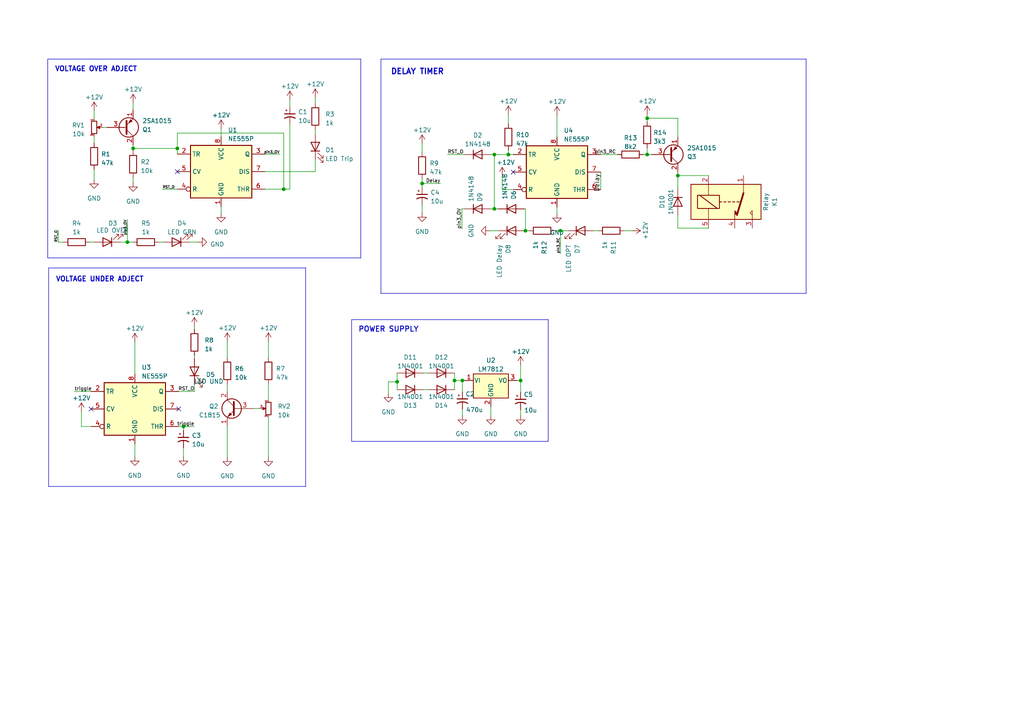
<source format=kicad_sch>
(kicad_sch (version 20221004) (generator eeschema)
  (paper "A4")
  (title_block (title "555 timer safe-guard") (date "2022-11-01"))
  (lib_symbols
    (symbol "Device:C_Polarized_Small_US" (pin_numbers hide) (pin_names (offset 0.254) hide)
      (property "Reference" "C" (at 0.254 1.778 0))
      (property "Value" "C_Polarized_Small_US" (at 0.254 -2.032 0))
      (symbol "C_Polarized_Small_US_0_1"
        (polyline (pts (xy -1.524 0.508) (xy 1.524 0.508)) (stroke (width 0.3048)))
        (polyline (pts (xy -1.27 1.524) (xy -0.762 1.524)))
        (polyline (pts (xy -1.016 1.27) (xy -1.016 1.778)))
        (arc (start 1.524 -0.762) (mid 0 -0.3734) (end -1.524 -0.762) (stroke (width 0.3048)))
      )
      (symbol "C_Polarized_Small_US_1_1"
        (pin passive line (at 0 2.54 270) (length 2.032) (name "~") (number "1"))
        (pin passive line (at 0 -2.54 90) (length 2.032) (name "~") (number "2"))
      )
    )
    (symbol "Device:LED" (pin_numbers hide) (pin_names (offset 1.016) hide)
      (property "Reference" "D" (at 0 2.54 0))
      (property "Value" "LED" (at 0 -2.54 0))
      (symbol "LED_0_1"
        (polyline (pts (xy -1.27 -1.27) (xy -1.27 1.27)) (stroke (width 0.254)))
        (polyline (pts (xy -1.27 0) (xy 1.27 0)))
        (polyline (pts (xy 1.27 -1.27) (xy 1.27 1.27) (xy -1.27 0) (xy 1.27 -1.27)) (stroke (width 0.254)))
        (polyline (pts (xy -3.048 -0.762) (xy -4.572 -2.286) (xy -3.81 -2.286) (xy -4.572 -2.286) (xy -4.572 -1.524)))
        (polyline (pts (xy -1.778 -0.762) (xy -3.302 -2.286) (xy -2.54 -2.286) (xy -3.302 -2.286) (xy -3.302 -1.524)))
      )
      (symbol "LED_1_1"
        (pin passive line (at -3.81 0 0) (length 2.54) (name "K") (number "1"))
        (pin passive line (at 3.81 0 180) (length 2.54) (name "A") (number "2"))
      )
    )
    (symbol "Device:R" (pin_numbers hide) (pin_names (offset 0))
      (property "Reference" "R" (at 2.032 0 90))
      (property "Value" "R" (at 0 0 90))
      (symbol "R_0_1"
        (rectangle (start -1.016 -2.54) (end 1.016 2.54) (stroke (width 0.254)))
      )
      (symbol "R_1_1"
        (pin passive line (at 0 3.81 270) (length 1.27) (name "~") (number "1"))
        (pin passive line (at 0 -3.81 90) (length 1.27) (name "~") (number "2"))
      )
    )
    (symbol "Device:R_Potentiometer_Small" (pin_names (offset 1.016) hide)
      (property "Reference" "RV" (at -4.445 0 90))
      (property "Value" "R_Potentiometer_Small" (at -2.54 0 90))
      (symbol "R_Potentiometer_Small_0_1"
        (polyline (pts (xy 0.889 0) (xy 0.635 0) (xy 1.651 0.381) (xy 1.651 -0.381) (xy 0.635 0) (xy 0.889 0)) (fill (type outline)))
        (rectangle (start 0.762 1.8034) (end -0.762 -1.8034) (stroke (width 0.254)))
      )
      (symbol "R_Potentiometer_Small_1_1"
        (pin passive line (at 0 2.54 270) (length 0.635) (name "1") (number "1"))
        (pin passive line (at 2.54 0 180) (length 0.9906) (name "2") (number "2"))
        (pin passive line (at 0 -2.54 90) (length 0.635) (name "3") (number "3"))
      )
    )
    (symbol "Diode:1N4001" (pin_numbers hide) (pin_names hide)
      (property "Reference" "D" (at 0 2.54 0))
      (property "Value" "1N4001" (at 0 -2.54 0))
      (symbol "1N4001_0_1"
        (polyline (pts (xy -1.27 1.27) (xy -1.27 -1.27)) (stroke (width 0.254)))
        (polyline (pts (xy 1.27 0) (xy -1.27 0)))
        (polyline (pts (xy 1.27 1.27) (xy 1.27 -1.27) (xy -1.27 0) (xy 1.27 1.27)) (stroke (width 0.254)))
      )
      (symbol "1N4001_1_1"
        (pin passive line (at -3.81 0 0) (length 2.54) (name "K") (number "1"))
        (pin passive line (at 3.81 0 180) (length 2.54) (name "A") (number "2"))
      )
    )
    (symbol "Diode:1N4148" (pin_numbers hide) (pin_names hide)
      (property "Reference" "D" (at 0 2.54 0))
      (property "Value" "1N4148" (at 0 -2.54 0))
      (symbol "1N4148_0_1"
        (polyline (pts (xy -1.27 1.27) (xy -1.27 -1.27)) (stroke (width 0.254)))
        (polyline (pts (xy 1.27 0) (xy -1.27 0)))
        (polyline (pts (xy 1.27 1.27) (xy 1.27 -1.27) (xy -1.27 0) (xy 1.27 1.27)) (stroke (width 0.254)))
      )
      (symbol "1N4148_1_1"
        (pin passive line (at -3.81 0 0) (length 2.54) (name "K") (number "1"))
        (pin passive line (at 3.81 0 180) (length 2.54) (name "A") (number "2"))
      )
    )
    (symbol "Regulator_Linear:LM7812_TO220" (pin_names (offset 0.254))
      (property "Reference" "U" (at -3.81 3.175 0))
      (property "Value" "LM7812_TO220" (at 0 3.175 0))
      (symbol "LM7812_TO220_0_1"
        (rectangle (start -5.08 1.905) (end 5.08 -5.08) (stroke (width 0.254)) (fill (type background)))
      )
      (symbol "LM7812_TO220_1_1"
        (pin power_in line (at -7.62 0 0) (length 2.54) (name "VI") (number "1"))
        (pin power_in line (at 0 -7.62 90) (length 2.54) (name "GND") (number "2"))
        (pin power_out line (at 7.62 0 180) (length 2.54) (name "VO") (number "3"))
      )
    )
    (symbol "Relay:SANYOU_SRD_Form_C"
      (property "Reference" "K" (at 11.43 3.81 0))
      (property "Value" "SANYOU_SRD_Form_C" (at 11.43 1.27 0))
      (symbol "SANYOU_SRD_Form_C_0_0"
        (polyline (pts (xy 7.62 5.08) (xy 7.62 2.54) (xy 6.985 3.175) (xy 7.62 3.81)))
      )
      (symbol "SANYOU_SRD_Form_C_0_1"
        (rectangle (start -10.16 5.08) (end 10.16 -5.08) (stroke (width 0.254)) (fill (type background)))
        (rectangle (start -8.255 1.905) (end -1.905 -1.905) (stroke (width 0.254)))
        (polyline (pts (xy -7.62 -1.905) (xy -2.54 1.905)) (stroke (width 0.254)))
        (polyline (pts (xy -5.08 -5.08) (xy -5.08 -1.905)))
        (polyline (pts (xy -5.08 5.08) (xy -5.08 1.905)))
        (polyline (pts (xy -1.905 0) (xy -1.27 0)) (stroke (width 0.254)))
        (polyline (pts (xy -0.635 0) (xy 0 0)) (stroke (width 0.254)))
        (polyline (pts (xy 0.635 0) (xy 1.27 0)) (stroke (width 0.254)))
        (polyline (pts (xy 1.905 0) (xy 2.54 0)) (stroke (width 0.254)))
        (polyline (pts (xy 3.175 0) (xy 3.81 0)) (stroke (width 0.254)))
        (polyline (pts (xy 5.08 -2.54) (xy 3.175 3.81)) (stroke (width 0.508)))
        (polyline (pts (xy 5.08 -2.54) (xy 5.08 -5.08)))
      )
      (symbol "SANYOU_SRD_Form_C_1_1"
        (polyline (pts (xy 2.54 3.81) (xy 3.175 3.175) (xy 2.54 2.54) (xy 2.54 5.08)) (fill (type outline)))
        (pin passive line (at 5.08 -7.62 90) (length 2.54) (name "~") (number "1"))
        (pin passive line (at -5.08 -7.62 90) (length 2.54) (name "~") (number "2"))
        (pin passive line (at 7.62 7.62 270) (length 2.54) (name "~") (number "3"))
        (pin passive line (at 2.54 7.62 270) (length 2.54) (name "~") (number "4"))
        (pin passive line (at -5.08 7.62 270) (length 2.54) (name "~") (number "5"))
      )
    )
    (symbol "Timer:NE555P"
      (property "Reference" "U" (at -10.16 8.89 0))
      (property "Value" "NE555P" (at 2.54 8.89 0))
      (symbol "NE555P_0_0"
        (pin power_in line (at 0 -10.16 90) (length 2.54) (name "GND") (number "1"))
        (pin power_in line (at 0 10.16 270) (length 2.54) (name "VCC") (number "8"))
      )
      (symbol "NE555P_0_1"
        (rectangle (start -8.89 -7.62) (end 8.89 7.62) (stroke (width 0.254)) (fill (type background)))
        (rectangle (start -8.89 -7.62) (end 8.89 7.62) (stroke (width 0.254)) (fill (type background)))
      )
      (symbol "NE555P_1_1"
        (pin input line (at -12.7 5.08 0) (length 3.81) (name "TR") (number "2"))
        (pin output line (at 12.7 5.08 180) (length 3.81) (name "Q") (number "3"))
        (pin input inverted (at -12.7 -5.08 0) (length 3.81) (name "R") (number "4"))
        (pin input line (at -12.7 0 0) (length 3.81) (name "CV") (number "5"))
        (pin input line (at 12.7 -5.08 180) (length 3.81) (name "THR") (number "6"))
        (pin input line (at 12.7 0 180) (length 3.81) (name "DIS") (number "7"))
      )
    )
    (symbol "Transistor_BJT:2SA1015" (pin_names (offset 0) hide)
      (property "Reference" "Q" (at 5.08 1.905 0))
      (property "Value" "2SA1015" (at 5.08 0 0))
      (symbol "2SA1015_0_1"
        (polyline (pts (xy 0 0) (xy 0.635 0)))
        (polyline (pts (xy 2.54 -2.54) (xy 0.635 -0.635)))
        (polyline (pts (xy 2.54 2.54) (xy 0.635 0.635)))
        (polyline (pts (xy 0.635 1.905) (xy 0.635 -1.905) (xy 0.635 -1.905)) (stroke (width 0.508)) (fill (type outline)))
        (polyline (pts (xy 1.778 -2.286) (xy 2.286 -1.778) (xy 1.27 -1.27) (xy 1.778 -2.286) (xy 1.778 -2.286)) (fill (type outline)))
        (circle (center 1.27 0) (radius 2.8194) (stroke (width 0.254)))
      )
      (symbol "2SA1015_1_1"
        (pin passive line (at 2.54 -5.08 90) (length 2.54) (name "E") (number "1"))
        (pin passive line (at 2.54 5.08 270) (length 2.54) (name "C") (number "2"))
        (pin input line (at -5.08 0 0) (length 5.08) (name "B") (number "3"))
      )
    )
    (symbol "Transistor_BJT:2SC1815" (pin_names (offset 0) hide)
      (property "Reference" "Q" (at 5.08 1.905 0))
      (property "Value" "2SC1815" (at 5.08 0 0))
      (symbol "2SC1815_0_1"
        (polyline (pts (xy 0 0) (xy 0.508 0)))
        (polyline (pts (xy 0.635 0.635) (xy 2.54 2.54)))
        (polyline (pts (xy 0.635 -0.635) (xy 2.54 -2.54) (xy 2.54 -2.54)))
        (polyline (pts (xy 0.635 1.905) (xy 0.635 -1.905) (xy 0.635 -1.905)) (stroke (width 0.508)))
        (polyline (pts (xy 1.27 -1.778) (xy 1.778 -1.27) (xy 2.286 -2.286) (xy 1.27 -1.778) (xy 1.27 -1.778)) (fill (type outline)))
        (circle (center 1.27 0) (radius 2.8194) (stroke (width 0.254)))
      )
      (symbol "2SC1815_1_1"
        (pin passive line (at 2.54 -5.08 90) (length 2.54) (name "E") (number "1"))
        (pin passive line (at 2.54 5.08 270) (length 2.54) (name "C") (number "2"))
        (pin input line (at -5.08 0 0) (length 5.08) (name "B") (number "3"))
      )
    )
    (symbol "power:+12V" (power) (pin_names (offset 0))
      (property "Value" "+12V" (at 0 3.556 0))
      (symbol "+12V_0_1"
        (polyline (pts (xy -0.762 1.27) (xy 0 2.54)))
        (polyline (pts (xy 0 0) (xy 0 2.54)))
        (polyline (pts (xy 0 2.54) (xy 0.762 1.27)))
      )
      (symbol "+12V_1_1"
        (pin power_in line (at 0 0 90) (length 0) hide (name "+12V") (number "1"))
      )
    )
    (symbol "power:GND" (power) (pin_names (offset 0))
      (property "Value" "GND" (at 0 -3.81 0))
      (symbol "GND_0_1"
        (polyline (pts (xy 0 0) (xy 0 -1.27) (xy 1.27 -1.27) (xy 0 -2.54) (xy -1.27 -1.27) (xy 0 -1.27)))
      )
      (symbol "GND_1_1"
        (pin power_in line (at 0 0 270) (length 0) hide (name "GND") (number "1"))
      )
    )
  )
  (junction (at 187.706 44.831))
  (junction (at 53.213 123.698))
  (junction (at 134.112 110.363))
  (junction (at 131.826 110.363))
  (junction (at 143.383 44.831))
  (junction (at 36.957 70.231))
  (junction (at 196.596 50.927))
  (junction (at 51.435 43.053))
  (junction (at 151.003 110.363))
  (junction (at 187.706 34.29))
  (junction (at 115.189 110.744))
  (junction (at 162.56 66.929))
  (junction (at 122.428 53.213))
  (junction (at 82.296 54.864))
  (junction (at 143.383 60.579))
  (junction (at 152.4 66.929))
  (junction (at 38.608 43.053))
  (junction (at 147.447 44.831))
  (no_connect (at 51.816 118.618))
  (no_connect (at 51.435 49.784))
  (no_connect (at 26.416 118.618))
  (no_connect (at 148.844 49.911))
  (wire (pts (xy 77.851 99.06) (xy 77.851 103.759)))
  (wire (pts (xy 21.59 113.538) (xy 26.416 113.538)))
  (wire (pts (xy 196.596 62.357) (xy 196.596 66.167)))
  (wire (pts (xy 162.56 66.929) (xy 161.036 66.929)))
  (wire (pts (xy 91.44 28.321) (xy 91.44 29.972)))
  (wire (pts (xy 84.074 28.956) (xy 84.074 30.988)))
  (wire (pts (xy 151.003 118.872) (xy 151.003 120.523)))
  (polyline (pts (xy 110.49 85.09) (xy 110.49 17.145)))
  (wire (pts (xy 196.596 49.911) (xy 196.596 50.927)))
  (wire (pts (xy 196.596 39.751) (xy 196.596 34.29)))
  (wire (pts (xy 131.826 110.363) (xy 131.826 113.03)))
  (wire (pts (xy 51.816 123.698) (xy 53.213 123.698)))
  (wire (pts (xy 133.985 60.579) (xy 133.985 66.421)))
  (wire (pts (xy 53.213 123.698) (xy 53.213 124.841)))
  (wire (pts (xy 134.112 110.363) (xy 134.747 110.363)))
  (wire (pts (xy 39.116 128.778) (xy 39.116 132.461)))
  (wire (pts (xy 196.596 66.167) (xy 205.486 66.167)))
  (wire (pts (xy 152.4 60.579) (xy 152.4 66.929)))
  (wire (pts (xy 143.383 44.831) (xy 143.383 60.579)))
  (wire (pts (xy 82.296 38.608) (xy 82.296 54.864)))
  (wire (pts (xy 186.69 44.831) (xy 187.706 44.831)))
  (wire (pts (xy 162.56 66.929) (xy 162.56 73.533)))
  (wire (pts (xy 51.435 38.608) (xy 51.435 43.053)))
  (wire (pts (xy 187.706 44.831) (xy 187.706 42.926)))
  (wire (pts (xy 56.388 103.124) (xy 56.388 103.886)))
  (wire (pts (xy 173.482 66.929) (xy 172.212 66.929)))
  (wire (pts (xy 122.428 53.213) (xy 122.428 54.356)))
  (polyline (pts (xy 159.004 128.016) (xy 101.981 128.016)))
  (wire (pts (xy 161.544 33.401) (xy 161.544 39.751)))
  (polyline (pts (xy 159.004 92.71) (xy 159.004 128.016)))
  (polyline (pts (xy 13.843 17.145) (xy 13.843 74.803)))
  (wire (pts (xy 134.747 60.579) (xy 133.985 60.579)))
  (wire (pts (xy 39.116 99.187) (xy 39.116 108.458)))
  (wire (pts (xy 54.991 70.231) (xy 57.404 70.231)))
  (wire (pts (xy 129.794 44.831) (xy 134.747 44.831)))
  (wire (pts (xy 51.435 43.053) (xy 51.435 44.704)))
  (wire (pts (xy 122.428 59.436) (xy 122.428 61.722)))
  (polyline (pts (xy 14.097 141.097) (xy 14.097 77.724)))
  (wire (pts (xy 56.388 94.615) (xy 56.388 95.504)))
  (wire (pts (xy 65.913 123.571) (xy 65.913 132.588)))
  (wire (pts (xy 76.835 54.864) (xy 82.296 54.864)))
  (wire (pts (xy 64.135 37.338) (xy 64.135 39.624)))
  (polyline (pts (xy 14.097 77.724) (xy 88.646 77.724)))
  (wire (pts (xy 122.809 113.03) (xy 124.206 113.03)))
  (wire (pts (xy 29.845 36.957) (xy 30.988 36.957)))
  (wire (pts (xy 27.305 49.149) (xy 27.305 52.07)))
  (wire (pts (xy 122.809 108.204) (xy 124.206 108.204)))
  (wire (pts (xy 122.428 51.816) (xy 122.428 53.213)))
  (wire (pts (xy 27.305 32.131) (xy 27.305 34.417)))
  (wire (pts (xy 23.622 123.698) (xy 26.416 123.698)))
  (polyline (pts (xy 88.646 77.724) (xy 88.646 141.097)))
  (wire (pts (xy 84.074 54.864) (xy 84.074 36.068)))
  (wire (pts (xy 26.035 70.231) (xy 27.305 70.231)))
  (wire (pts (xy 149.987 110.363) (xy 151.003 110.363)))
  (wire (pts (xy 34.925 70.231) (xy 36.957 70.231)))
  (polyline (pts (xy 13.843 74.803) (xy 104.648 74.803)))
  (wire (pts (xy 53.213 129.921) (xy 53.213 132.461)))
  (wire (pts (xy 65.913 111.379) (xy 65.913 113.411)))
  (wire (pts (xy 122.428 41.656) (xy 122.428 44.196)))
  (wire (pts (xy 187.706 33.274) (xy 187.706 34.29)))
  (wire (pts (xy 151.003 110.363) (xy 151.003 113.792)))
  (wire (pts (xy 134.112 113.665) (xy 134.112 110.363)))
  (wire (pts (xy 91.44 37.592) (xy 91.44 38.735)))
  (wire (pts (xy 131.826 108.204) (xy 131.826 110.363)))
  (wire (pts (xy 38.608 43.053) (xy 38.608 43.815)))
  (wire (pts (xy 112.649 110.744) (xy 115.189 110.744)))
  (wire (pts (xy 164.592 66.929) (xy 162.56 66.929)))
  (wire (pts (xy 77.851 111.379) (xy 77.851 115.951)))
  (wire (pts (xy 46.101 70.231) (xy 47.371 70.231)))
  (wire (pts (xy 82.296 38.608) (xy 51.435 38.608)))
  (wire (pts (xy 143.383 44.831) (xy 147.447 44.831)))
  (wire (pts (xy 131.826 110.363) (xy 134.112 110.363)))
  (wire (pts (xy 53.213 123.698) (xy 56.388 123.698)))
  (wire (pts (xy 38.608 43.053) (xy 51.435 43.053)))
  (wire (pts (xy 91.44 49.784) (xy 91.44 46.355)))
  (wire (pts (xy 174.244 49.911) (xy 174.244 54.991)))
  (wire (pts (xy 142.367 117.983) (xy 142.367 120.523)))
  (polyline (pts (xy 110.49 17.145) (xy 233.807 17.145)))
  (wire (pts (xy 65.913 99.06) (xy 65.913 103.759)))
  (wire (pts (xy 23.622 119.38) (xy 23.622 123.698)))
  (wire (pts (xy 152.4 66.929) (xy 152.146 66.929)))
  (wire (pts (xy 47.117 54.864) (xy 51.435 54.864)))
  (polyline (pts (xy 101.981 92.71) (xy 159.004 92.71)))
  (wire (pts (xy 82.296 54.864) (xy 84.074 54.864)))
  (wire (pts (xy 134.112 118.745) (xy 134.112 120.523)))
  (wire (pts (xy 115.189 110.744) (xy 115.189 113.03)))
  (wire (pts (xy 145.669 51.054) (xy 145.669 54.991)))
  (wire (pts (xy 147.447 43.561) (xy 147.447 44.831)))
  (wire (pts (xy 144.526 60.579) (xy 143.383 60.579)))
  (wire (pts (xy 56.388 111.506) (xy 56.388 113.538)))
  (wire (pts (xy 115.189 108.204) (xy 115.189 110.744)))
  (polyline (pts (xy 101.981 128.016) (xy 101.981 92.71)))
  (wire (pts (xy 142.367 44.831) (xy 143.383 44.831)))
  (wire (pts (xy 144.526 66.929) (xy 142.113 66.929)))
  (wire (pts (xy 51.816 113.538) (xy 56.388 113.538)))
  (wire (pts (xy 76.835 49.784) (xy 91.44 49.784)))
  (wire (pts (xy 112.649 114.046) (xy 112.649 110.744)))
  (wire (pts (xy 183.261 66.929) (xy 181.102 66.929)))
  (wire (pts (xy 36.957 70.231) (xy 36.957 63.627)))
  (wire (pts (xy 77.851 121.031) (xy 77.851 132.588)))
  (wire (pts (xy 145.669 54.991) (xy 148.844 54.991)))
  (wire (pts (xy 16.891 70.231) (xy 16.891 66.675)))
  (wire (pts (xy 27.305 39.497) (xy 27.305 41.529)))
  (polyline (pts (xy 88.646 141.097) (xy 14.097 141.097)))
  (polyline (pts (xy 104.648 74.803) (xy 104.648 17.145)))
  (wire (pts (xy 18.415 70.231) (xy 16.891 70.231)))
  (wire (pts (xy 73.533 118.491) (xy 75.311 118.491)))
  (wire (pts (xy 151.003 110.363) (xy 151.003 105.918)))
  (wire (pts (xy 76.835 44.704) (xy 81.153 44.704)))
  (wire (pts (xy 38.608 42.037) (xy 38.608 43.053)))
  (wire (pts (xy 187.706 44.831) (xy 188.976 44.831)))
  (wire (pts (xy 147.447 33.274) (xy 147.447 35.941)))
  (wire (pts (xy 38.608 29.845) (xy 38.608 31.877)))
  (wire (pts (xy 161.544 60.071) (xy 161.544 61.976)))
  (polyline (pts (xy 233.807 17.145) (xy 233.807 85.09)))
  (wire (pts (xy 187.706 34.29) (xy 187.706 35.306)))
  (wire (pts (xy 38.608 51.435) (xy 38.608 52.959)))
  (wire (pts (xy 153.416 66.929) (xy 152.4 66.929)))
  (polyline (pts (xy 104.648 17.145) (xy 13.843 17.145)))
  (wire (pts (xy 64.135 59.944) (xy 64.135 61.849)))
  (wire (pts (xy 196.596 50.927) (xy 196.596 54.737)))
  (wire (pts (xy 143.383 60.579) (xy 142.367 60.579)))
  (wire (pts (xy 122.428 53.213) (xy 127.762 53.213)))
  (wire (pts (xy 196.596 50.927) (xy 205.486 50.927)))
  (polyline (pts (xy 233.807 85.09) (xy 110.49 85.09)))
  (wire (pts (xy 174.244 44.831) (xy 179.07 44.831)))
  (wire (pts (xy 196.596 34.29) (xy 187.706 34.29)))
  (wire (pts (xy 152.4 60.579) (xy 152.146 60.579)))
  (wire (pts (xy 147.447 44.831) (xy 148.844 44.831)))
  (wire (pts (xy 36.957 70.231) (xy 38.481 70.231)))
  (text "POWER SUPPLY" (at 103.886 96.52 0) (effects (font (size 1.5 1.5) (thickness 0.254) bold) (justify left bottom)))
  (text "DELAY TIMER" (at 113.284 21.844 0) (effects (font (size 1.6 1.6) bold) (justify left bottom)))
  (text "VOLTAGE OVER ADJECT" (at 15.875 20.955 0) (effects (font (size 1.4 1.4) bold) (justify left bottom)))
  (text "VOLTAGE UNDER ADJECT" (at 16.129 81.915 0) (effects (font (size 1.4 1.4) bold) (justify left bottom)))
  (label "pin3_OV" (at 81.153 44.704 180) (effects (font (size 0.75 0.75))))
  (label "RST_O" (at 56.388 113.538 180) (effects (font (size 1 1))))
  (label "RST_O" (at 129.794 44.831 0) (effects (font (size 1 1))))
  (label "Delay" (at 174.244 50.292 270))
  (label "pin3_RC" (at 162.56 73.533 90) (effects (font (size 0.75 0.75))))
  (label "Delay" (at 127.762 53.213 180) (effects (font (size 1 1))))
  (label "pin3_OV" (at 36.957 63.627 270) (effects (font (size 0.75 0.75))))
  (label "RST_O" (at 16.891 66.675 270) (effects (font (size 0.75 0.75))))
  (label "triggle" (at 56.388 123.698 180) (effects (font (size 1 1))))
  (label "triggle" (at 21.59 113.538 0) (effects (font (size 1 1))))
  (label "pin3_OV" (at 133.985 66.421 90) (effects (font (size 1 1))))
  (label "RST_O" (at 47.117 54.864 0) (effects (font (size 0.75 0.75))))
  (label "pin3_RC" (at 178.689 44.831 180) (effects (font (size 1 1))))
  (symbol (lib_id "power:+12V") (at 27.305 32.131 0) (unit 1)
    (property "Reference" "#PWR0112" (effects hide))
    (property "Value" "+12V" (at 27.305 28.194 0))
  )
  (symbol (lib_id "power:+12V") (at 84.074 28.956 0) (unit 1)
    (property "Reference" "#PWR0107" (effects hide))
    (property "Value" "+12V" (at 84.074 25.019 0))
  )
  (symbol (lib_id "Timer:NE555P") (at 64.135 49.784 0) (unit 1)
    (property "Reference" "U1" (at 66.0909 37.719 0) (effects (justify left)))
    (property "Value" "NE555P" (at 66.0909 40.259 0) (effects (justify left)))
    (property "Footprint" "Package_DIP:DIP-8_W7.62mm" (effects hide))
    (property "Datasheet" "http://www.ti.com/lit/ds/symlink/ne555.pdf" (effects hide))
  )
  (symbol (lib_id "power:+12V") (at 39.116 99.187 0) (unit 1)
    (property "Reference" "#PWR0114" (effects hide))
    (property "Value" "+12V" (at 39.116 95.25 0))
  )
  (symbol (lib_id "Device:R") (at 177.292 66.929 270) (unit 1)
    (property "Reference" "R11" (at 177.927 69.85 0) (effects (justify left)))
    (property "Value" "1k" (at 175.387 69.85 0) (effects (justify left)))
    (property "Footprint" "Resistor_THT:R_Axial_DIN0207_L6.3mm_D2.5mm_P10.16mm_Horizontal" (effects hide))
  )
  (symbol (lib_id "Diode:1N4001") (at 128.016 113.03 0) (mirror y) (unit 1)
    (property "Reference" "D14" (at 128.016 117.602 0))
    (property "Value" "1N4001" (at 128.016 115.062 0))
    (property "Footprint" "Diode_THT:D_DO-41_SOD81_P10.16mm_Horizontal" (effects hide))
    (property "Datasheet" "http://www.vishay.com/docs/88503/1n4001.pdf" (effects hide))
  )
  (symbol (lib_id "power:+12V") (at 23.622 119.38 0) (unit 1)
    (property "Reference" "#PWR0115" (effects hide))
    (property "Value" "+12V" (at 23.622 115.443 0))
  )
  (symbol (lib_id "Timer:NE555P") (at 39.116 118.618 0) (unit 1)
    (property "Reference" "U3" (at 41.0719 106.553 0) (effects (justify left)))
    (property "Value" "NE555P" (at 41.0719 109.093 0) (effects (justify left)))
    (property "Footprint" "Package_DIP:DIP-8_W7.62mm" (effects hide))
    (property "Datasheet" "http://www.ti.com/lit/ds/symlink/ne555.pdf" (effects hide))
  )
  (symbol (lib_id "Diode:1N4148") (at 138.557 60.579 0) (mirror x) (unit 1)
    (property "Reference" "D9" (at 139.192 58.547 90) (effects (justify right)))
    (property "Value" "1N4148" (at 136.652 58.547 90) (effects (justify right)))
    (property "Footprint" "Diode_THT:D_DO-35_SOD27_P7.62mm_Horizontal" (effects hide))
    (property "Datasheet" "https://assets.nexperia.com/documents/data-sheet/1N4148_1N4448.pdf" (effects hide))
  )
  (symbol (lib_id "Device:R") (at 182.88 44.831 90) (unit 1)
    (property "Reference" "R13" (at 182.88 40.005 90))
    (property "Value" "8k2" (at 182.88 42.545 90))
    (property "Footprint" "Resistor_THT:R_Axial_DIN0207_L6.3mm_D2.5mm_P10.16mm_Horizontal" (effects hide))
  )
  (symbol (lib_id "Device:LED") (at 168.402 66.929 0) (unit 1)
    (property "Reference" "D7" (at 167.4495 70.866 90) (effects (justify right)))
    (property "Value" "LED OPT" (at 164.9095 70.866 90) (effects (justify right)))
    (property "Footprint" "LED_THT:LED_Rectangular_W5.0mm_H2.0mm" (effects hide))
  )
  (symbol (lib_id "Device:C_Polarized_Small_US") (at 84.074 33.528 0) (unit 1)
    (property "Reference" "C1" (at 86.487 32.4612 0) (effects (justify left)))
    (property "Value" "10u" (at 86.487 35.0012 0) (effects (justify left)))
    (property "Footprint" "Capacitor_THT:CP_Radial_D4.0mm_P2.00mm" (effects hide))
  )
  (symbol (lib_id "Device:R") (at 42.291 70.231 90) (unit 1)
    (property "Reference" "R5" (at 42.291 64.77 90))
    (property "Value" "1k" (at 42.291 67.31 90))
    (property "Footprint" "Resistor_THT:R_Axial_DIN0207_L6.3mm_D2.5mm_P10.16mm_Horizontal" (effects hide))
  )
  (symbol (lib_id "Device:R") (at 38.608 47.625 0) (unit 1)
    (property "Reference" "R2" (at 40.767 46.99 0) (effects (justify left)))
    (property "Value" "10k" (at 40.767 49.53 0) (effects (justify left)))
    (property "Footprint" "Resistor_THT:R_Axial_DIN0207_L6.3mm_D2.5mm_P10.16mm_Horizontal" (effects hide))
  )
  (symbol (lib_id "power:GND") (at 151.003 120.523 0) (unit 1)
    (property "Reference" "#PWR0122" (effects hide))
    (property "Value" "GND" (at 151.003 125.857 0))
  )
  (symbol (lib_id "Device:LED") (at 148.336 66.929 0) (unit 1)
    (property "Reference" "D8" (at 147.3835 70.866 90) (effects (justify right)))
    (property "Value" "LED Delay" (at 144.8435 70.866 90) (effects (justify right)))
    (property "Footprint" "LED_THT:LED_Rectangular_W5.0mm_H2.0mm" (effects hide))
  )
  (symbol (lib_id "Diode:1N4001") (at 118.999 113.03 0) (mirror y) (unit 1)
    (property "Reference" "D13" (at 118.999 117.602 0))
    (property "Value" "1N4001" (at 118.999 115.062 0))
    (property "Footprint" "Diode_THT:D_DO-41_SOD81_P10.16mm_Horizontal" (effects hide))
    (property "Datasheet" "http://www.vishay.com/docs/88503/1n4001.pdf" (effects hide))
  )
  (symbol (lib_id "power:+12V") (at 147.447 33.274 0) (unit 1)
    (property "Reference" "#PWR0125" (effects hide))
    (property "Value" "+12V" (at 147.447 29.337 0))
  )
  (symbol (lib_id "power:GND") (at 161.544 61.976 0) (unit 1)
    (property "Reference" "#PWR0130" (effects hide))
    (property "Value" "GND" (at 161.544 67.437 0))
  )
  (symbol (lib_id "Transistor_BJT:2SC1815") (at 68.453 118.491 0) (mirror y) (unit 1)
    (property "Reference" "Q2" (at 63.373 117.856 0) (effects (justify left)))
    (property "Value" "C1815" (at 64.008 120.396 0) (effects (justify left)))
    (property "Footprint" "Package_TO_SOT_THT:TO-92_Inline" (effects hide))
    (property "Datasheet" "https://media.digikey.com/pdf/Data%20Sheets/Toshiba%20PDFs/2SC1815.pdf" (effects hide))
  )
  (symbol (lib_id "power:+12V") (at 38.608 29.845 0) (unit 1)
    (property "Reference" "#PWR0113" (effects hide))
    (property "Value" "+12V" (at 38.608 25.908 0))
  )
  (symbol (lib_id "Device:LED") (at 56.388 107.696 90) (unit 1)
    (property "Reference" "D5" (at 59.69 108.6485 90) (effects (justify right)))
    (property "Value" "LED UND" (at 56.261 110.617 90) (effects (justify right)))
    (property "Footprint" "LED_THT:LED_Rectangular_W5.0mm_H2.0mm" (effects hide))
  )
  (symbol (lib_id "Device:LED") (at 91.44 42.545 90) (unit 1)
    (property "Reference" "D1" (at 94.361 43.4975 90) (effects (justify right)))
    (property "Value" "LED Trip" (at 94.361 46.0375 90) (effects (justify right)))
    (property "Footprint" "LED_THT:LED_Rectangular_W5.0mm_H2.0mm" (effects hide))
  )
  (symbol (lib_id "power:GND") (at 39.116 132.461 0) (unit 1)
    (property "Reference" "#PWR0116" (effects hide))
    (property "Value" "GND" (at 39.116 137.922 0))
  )
  (symbol (lib_id "Device:R") (at 77.851 107.569 0) (unit 1)
    (property "Reference" "R7" (at 80.01 106.934 0) (effects (justify left)))
    (property "Value" "47k" (at 80.01 109.474 0) (effects (justify left)))
    (property "Footprint" "Resistor_THT:R_Axial_DIN0207_L6.3mm_D2.5mm_P10.16mm_Horizontal" (effects hide))
  )
  (symbol (lib_id "power:GND") (at 122.428 61.722 0) (unit 1)
    (property "Reference" "#PWR0127" (effects hide))
    (property "Value" "GND" (at 122.428 67.183 0))
  )
  (symbol (lib_id "Device:R_Potentiometer_Small") (at 27.305 36.957 0) (unit 1)
    (property "Reference" "RV1" (at 24.638 36.322 0) (effects (justify right)))
    (property "Value" "10k" (at 24.638 38.862 0) (effects (justify right)))
    (property "Footprint" "Potentiometer_THT:Potentiometer_Vishay_T73YP_Vertical" (effects hide))
  )
  (symbol (lib_id "Device:R") (at 22.225 70.231 90) (unit 1)
    (property "Reference" "R4" (at 22.225 64.77 90))
    (property "Value" "1k" (at 22.225 67.31 90))
    (property "Footprint" "Resistor_THT:R_Axial_DIN0207_L6.3mm_D2.5mm_P10.16mm_Horizontal" (effects hide))
  )
  (symbol (lib_id "Device:R") (at 91.44 33.782 0) (unit 1)
    (property "Reference" "R3" (at 94.361 33.147 0) (effects (justify left)))
    (property "Value" "1k" (at 94.361 35.687 0) (effects (justify left)))
    (property "Footprint" "Resistor_THT:R_Axial_DIN0207_L6.3mm_D2.5mm_P10.16mm_Horizontal" (effects hide))
  )
  (symbol (lib_id "Device:C_Polarized_Small_US") (at 122.428 56.896 0) (unit 1)
    (property "Reference" "C4" (at 124.841 55.8292 0) (effects (justify left)))
    (property "Value" "10u" (at 124.841 58.3692 0) (effects (justify left)))
    (property "Footprint" "Capacitor_THT:CP_Radial_D6.3mm_P2.50mm" (effects hide))
  )
  (symbol (lib_id "Device:R") (at 187.706 39.116 0) (unit 1)
    (property "Reference" "R14" (at 189.484 38.481 0) (effects (justify left)))
    (property "Value" "3k3" (at 189.484 41.021 0) (effects (justify left)))
    (property "Footprint" "Resistor_THT:R_Axial_DIN0207_L6.3mm_D2.5mm_P10.16mm_Horizontal" (effects hide))
  )
  (symbol (lib_id "Device:LED") (at 51.181 70.231 180) (unit 1)
    (property "Reference" "D4" (at 52.7685 64.77 0))
    (property "Value" "LED GRN" (at 52.7685 67.31 0))
    (property "Footprint" "LED_THT:LED_Rectangular_W5.0mm_H2.0mm" (effects hide))
  )
  (symbol (lib_id "Device:R") (at 65.913 107.569 0) (unit 1)
    (property "Reference" "R6" (at 68.072 106.934 0) (effects (justify left)))
    (property "Value" "10k" (at 68.072 109.474 0) (effects (justify left)))
    (property "Footprint" "Resistor_THT:R_Axial_DIN0207_L6.3mm_D2.5mm_P10.16mm_Horizontal" (effects hide))
  )
  (symbol (lib_id "Device:R") (at 27.305 45.339 0) (unit 1)
    (property "Reference" "R1" (at 29.337 44.704 0) (effects (justify left)))
    (property "Value" "47k" (at 29.337 47.244 0) (effects (justify left)))
    (property "Footprint" "Resistor_THT:R_Axial_DIN0207_L6.3mm_D2.5mm_P10.16mm_Horizontal" (effects hide))
  )
  (symbol (lib_id "Device:R") (at 157.226 66.929 270) (unit 1)
    (property "Reference" "R12" (at 157.861 69.85 0) (effects (justify left)))
    (property "Value" "1k" (at 155.321 69.85 0) (effects (justify left)))
    (property "Footprint" "Resistor_THT:R_Axial_DIN0207_L6.3mm_D2.5mm_P10.16mm_Horizontal" (effects hide))
  )
  (symbol (lib_id "Device:C_Polarized_Small_US") (at 134.112 116.205 0) (unit 1)
    (property "Reference" "C2" (at 135.001 114.3 0) (effects (justify left)))
    (property "Value" "470u" (at 135.128 118.872 0) (effects (justify left)))
    (property "Footprint" "Capacitor_THT:CP_Radial_D6.3mm_P2.50mm" (effects hide))
  )
  (symbol (lib_id "power:GND") (at 142.113 66.929 270) (unit 1)
    (property "Reference" "#PWR0128" (effects hide))
    (property "Value" "GND" (at 136.652 66.929 0))
  )
  (symbol (lib_id "power:+12V") (at 77.851 99.06 0) (unit 1)
    (property "Reference" "#PWR0118" (effects hide))
    (property "Value" "+12V" (at 77.851 95.123 0))
  )
  (symbol (lib_id "Diode:1N4001") (at 118.999 108.204 180) (unit 1)
    (property "Reference" "D11" (at 118.999 103.632 0))
    (property "Value" "1N4001" (at 118.999 106.172 0))
    (property "Footprint" "Diode_THT:D_DO-41_SOD81_P10.16mm_Horizontal" (effects hide))
    (property "Datasheet" "http://www.vishay.com/docs/88503/1n4001.pdf" (effects hide))
  )
  (symbol (lib_id "power:+12V") (at 151.003 105.918 0) (unit 1)
    (property "Reference" "#PWR0121" (effects hide))
    (property "Value" "+12V" (at 151.003 101.981 0))
  )
  (symbol (lib_id "power:GND") (at 64.135 61.849 0) (unit 1)
    (property "Reference" "#PWR0105" (effects hide))
    (property "Value" "GND" (at 64.135 67.31 0))
  )
  (symbol (lib_id "Device:R") (at 56.388 99.314 0) (unit 1)
    (property "Reference" "R8" (at 59.309 98.679 0) (effects (justify left)))
    (property "Value" "1k" (at 59.309 101.219 0) (effects (justify left)))
    (property "Footprint" "Resistor_THT:R_Axial_DIN0207_L6.3mm_D2.5mm_P10.16mm_Horizontal" (effects hide))
  )
  (symbol (lib_id "Diode:1N4148") (at 138.557 44.831 0) (unit 1)
    (property "Reference" "D2" (at 138.557 39.243 0))
    (property "Value" "1N4148" (at 138.557 41.783 0))
    (property "Footprint" "Diode_THT:D_DO-35_SOD27_P7.62mm_Horizontal" (effects hide))
    (property "Datasheet" "https://assets.nexperia.com/documents/data-sheet/1N4148_1N4448.pdf" (effects hide))
  )
  (symbol (lib_id "power:+12V") (at 91.44 28.321 0) (unit 1)
    (property "Reference" "#PWR0103" (effects hide))
    (property "Value" "+12V" (at 91.44 24.384 0))
  )
  (symbol (lib_id "power:+12V") (at 65.913 99.06 0) (unit 1)
    (property "Reference" "#PWR0110" (effects hide))
    (property "Value" "+12V" (at 65.913 95.123 0))
  )
  (symbol (lib_id "power:GND") (at 53.213 132.461 0) (unit 1)
    (property "Reference" "#PWR0111" (effects hide))
    (property "Value" "GND" (at 53.213 137.922 0))
  )
  (symbol (lib_id "power:+12V") (at 161.544 33.401 0) (unit 1)
    (property "Reference" "#PWR0126" (effects hide))
    (property "Value" "+12V" (at 161.544 29.464 0))
  )
  (symbol (lib_id "Device:R_Potentiometer_Small") (at 77.851 118.491 0) (mirror y) (unit 1)
    (property "Reference" "RV2" (at 80.518 117.856 0) (effects (justify right)))
    (property "Value" "10k" (at 80.518 120.396 0) (effects (justify right)))
    (property "Footprint" "Potentiometer_THT:Potentiometer_Vishay_T73YP_Vertical" (effects hide))
  )
  (symbol (lib_id "Device:R") (at 122.428 48.006 0) (unit 1)
    (property "Reference" "R9" (at 124.587 47.371 0) (effects (justify left)))
    (property "Value" "47k" (at 124.587 49.911 0) (effects (justify left)))
    (property "Footprint" "Resistor_THT:R_Axial_DIN0207_L6.3mm_D2.5mm_P10.16mm_Horizontal" (effects hide))
  )
  (symbol (lib_id "Regulator_Linear:LM7812_TO220") (at 142.367 110.363 0) (unit 1)
    (property "Reference" "U2" (at 142.367 104.521 0))
    (property "Value" "LM7812" (at 142.367 107.061 0))
    (property "Footprint" "Package_TO_SOT_THT:TO-220-3_Vertical" (effects hide))
    (property "Datasheet" "https://www.onsemi.cn/PowerSolutions/document/MC7800-D.PDF" (effects hide))
  )
  (symbol (lib_id "Diode:1N4148") (at 148.336 60.579 0) (mirror x) (unit 1)
    (property "Reference" "D6" (at 148.971 57.912 90) (effects (justify right)))
    (property "Value" "1N4148" (at 146.431 57.912 90) (effects (justify right)))
    (property "Footprint" "Diode_THT:D_DO-35_SOD27_P7.62mm_Horizontal" (effects hide))
    (property "Datasheet" "https://assets.nexperia.com/documents/data-sheet/1N4148_1N4448.pdf" (effects hide))
  )
  (symbol (lib_id "Transistor_BJT:2SA1015") (at 194.056 44.831 0) (mirror x) (unit 1)
    (property "Reference" "Q3" (at 199.263 45.466 0) (effects (justify left)))
    (property "Value" "2SA1015" (at 199.263 42.926 0) (effects (justify left)))
    (property "Footprint" "Package_TO_SOT_THT:TO-92_Inline" (effects hide))
    (property "Datasheet" "http://www.datasheetcatalog.org/datasheet/toshiba/905.pdf" (effects hide))
  )
  (symbol (lib_id "power:GND") (at 65.913 132.588 0) (unit 1)
    (property "Reference" "#PWR0109" (effects hide))
    (property "Value" "GND" (at 65.913 138.049 0))
  )
  (symbol (lib_id "Device:C_Polarized_Small_US") (at 151.003 116.332 0) (unit 1)
    (property "Reference" "C5" (at 151.892 114.427 0) (effects (justify left)))
    (property "Value" "10u" (at 152.019 118.999 0) (effects (justify left)))
    (property "Footprint" "Capacitor_THT:CP_Radial_D4.0mm_P2.00mm" (effects hide))
  )
  (symbol (lib_id "power:+12V") (at 183.261 66.929 270) (unit 1)
    (property "Reference" "#PWR0124" (effects hide))
    (property "Value" "+12V" (at 187.198 66.929 0))
  )
  (symbol (lib_id "power:+12V") (at 122.428 41.656 0) (unit 1)
    (property "Reference" "#PWR0129" (effects hide))
    (property "Value" "+12V" (at 122.428 37.719 0))
  )
  (symbol (lib_id "Diode:1N4001") (at 196.596 58.547 270) (unit 1)
    (property "Reference" "D10" (at 192.024 58.547 0))
    (property "Value" "1N4001" (at 194.564 58.547 0))
    (property "Footprint" "Diode_THT:D_DO-41_SOD81_P10.16mm_Horizontal" (effects hide))
    (property "Datasheet" "http://www.vishay.com/docs/88503/1n4001.pdf" (effects hide))
  )
  (symbol (lib_id "Device:LED") (at 31.115 70.231 180) (unit 1)
    (property "Reference" "D3" (at 32.7025 64.77 0))
    (property "Value" "LED OVER" (at 32.639 66.802 0))
    (property "Footprint" "LED_THT:LED_Rectangular_W5.0mm_H2.0mm" (effects hide))
  )
  (symbol (lib_id "Timer:NE555P") (at 161.544 49.911 0) (unit 1)
    (property "Reference" "U4" (at 163.4999 37.846 0) (effects (justify left)))
    (property "Value" "NE555P" (at 163.4999 40.386 0) (effects (justify left)))
    (property "Footprint" "Package_DIP:DIP-8_W7.62mm" (effects hide))
    (property "Datasheet" "http://www.ti.com/lit/ds/symlink/ne555.pdf" (effects hide))
  )
  (symbol (lib_id "power:+12V") (at 64.135 37.338 0) (unit 1)
    (property "Reference" "#PWR0106" (effects hide))
    (property "Value" "+12V" (at 64.135 33.401 0))
  )
  (symbol (lib_id "power:GND") (at 142.367 120.523 0) (unit 1)
    (property "Reference" "#PWR0120" (effects hide))
    (property "Value" "GND" (at 142.367 125.857 0))
  )
  (symbol (lib_id "Device:C_Polarized_Small_US") (at 53.213 127.381 0) (unit 1)
    (property "Reference" "C3" (at 55.626 126.3142 0) (effects (justify left)))
    (property "Value" "10u" (at 55.626 128.8542 0) (effects (justify left)))
    (property "Footprint" "Capacitor_THT:CP_Radial_D4.0mm_P2.00mm" (effects hide))
  )
  (symbol (lib_id "power:GND") (at 134.112 120.523 0) (unit 1)
    (property "Reference" "#PWR0119" (effects hide))
    (property "Value" "GND" (at 134.112 125.857 0))
  )
  (symbol (lib_id "Device:R") (at 147.447 39.751 0) (unit 1)
    (property "Reference" "R10" (at 149.606 39.116 0) (effects (justify left)))
    (property "Value" "47k" (at 149.606 41.656 0) (effects (justify left)))
    (property "Footprint" "Resistor_THT:R_Axial_DIN0207_L6.3mm_D2.5mm_P10.16mm_Horizontal" (effects hide))
  )
  (symbol (lib_id "power:GND") (at 77.851 132.588 0) (unit 1)
    (property "Reference" "#PWR0108" (effects hide))
    (property "Value" "GND" (at 77.851 138.049 0))
  )
  (symbol (lib_id "power:GND") (at 27.305 52.07 0) (unit 1)
    (property "Reference" "#PWR0102" (effects hide))
    (property "Value" "GND" (at 27.305 57.531 0))
  )
  (symbol (lib_id "power:GND") (at 38.608 52.959 0) (unit 1)
    (property "Reference" "#PWR0101" (effects hide))
    (property "Value" "GND" (at 38.608 58.42 0))
  )
  (symbol (lib_id "power:GND") (at 57.404 70.231 90) (unit 1)
    (property "Reference" "#PWR0104" (effects hide))
    (property "Value" "GND" (at 60.96 70.866 90) (effects (justify right)))
  )
  (symbol (lib_id "Relay:SANYOU_SRD_Form_C") (at 210.566 58.547 0) (mirror x) (unit 1)
    (property "Reference" "K1" (at 224.663 58.547 90))
    (property "Value" "Relay" (at 222.123 58.547 90))
    (property "Footprint" "Relay_THT:Relay_SPDT_SANYOU_SRD_Series_Form_C" (effects hide))
    (property "Datasheet" "http://www.sanyourelay.ca/public/products/pdf/SRD.pdf" (effects hide))
  )
  (symbol (lib_id "power:+12V") (at 145.669 51.054 0) (unit 1)
    (property "Reference" "#PWR0131" (effects hide))
    (property "Value" "+12V" (at 146.685 47.117 0))
  )
  (symbol (lib_id "Transistor_BJT:2SA1015") (at 36.068 36.957 0) (mirror x) (unit 1)
    (property "Reference" "Q1" (at 41.275 37.592 0) (effects (justify left)))
    (property "Value" "2SA1015" (at 41.275 35.052 0) (effects (justify left)))
    (property "Footprint" "Package_TO_SOT_THT:TO-92_Inline" (effects hide))
    (property "Datasheet" "http://www.datasheetcatalog.org/datasheet/toshiba/905.pdf" (effects hide))
  )
  (symbol (lib_id "power:GND") (at 112.649 114.046 0) (unit 1)
    (property "Reference" "#PWR0123" (effects hide))
    (property "Value" "GND" (at 112.649 119.507 0))
  )
  (symbol (lib_id "power:+12V") (at 56.388 94.615 0) (unit 1)
    (property "Reference" "#PWR0117" (effects hide))
    (property "Value" "+12V" (at 56.388 90.678 0))
  )
  (symbol (lib_id "power:+12V") (at 187.706 33.274 0) (unit 1)
    (property "Reference" "#PWR0132" (effects hide))
    (property "Value" "+12V" (at 187.706 29.337 0))
  )
  (symbol (lib_id "Diode:1N4001") (at 128.016 108.204 180) (unit 1)
    (property "Reference" "D12" (at 128.016 103.632 0))
    (property "Value" "1N4001" (at 128.016 106.172 0))
    (property "Footprint" "Diode_THT:D_DO-41_SOD81_P10.16mm_Horizontal" (effects hide))
    (property "Datasheet" "http://www.vishay.com/docs/88503/1n4001.pdf" (effects hide))
  )
)
</source>
